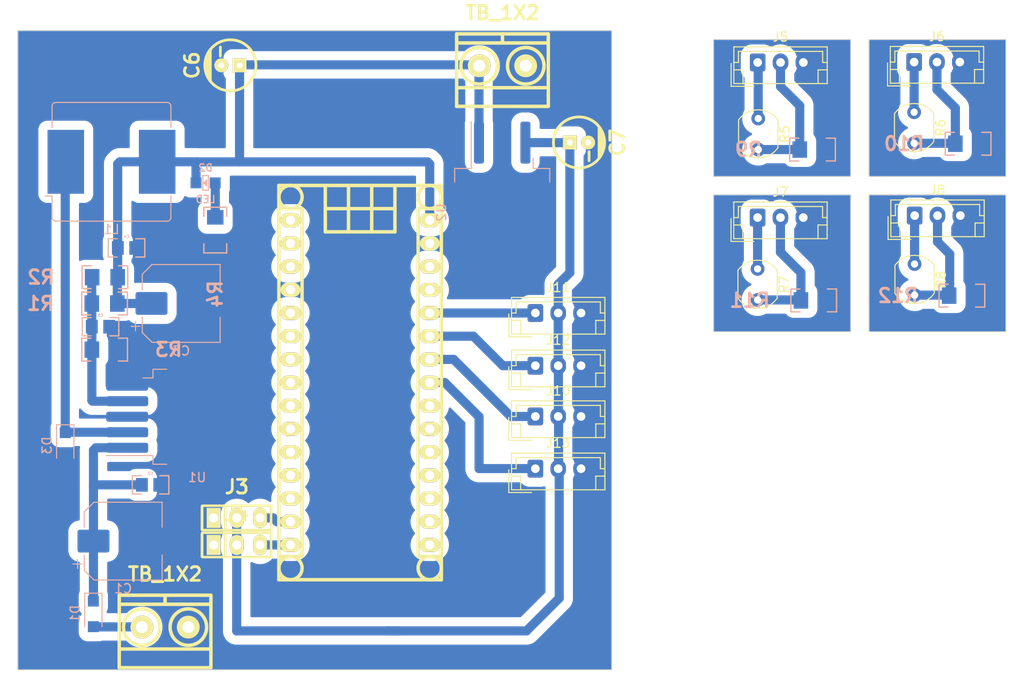
<source format=kicad_pcb>
(kicad_pcb (version 20221018) (generator pcbnew)
  (layers (0 "F.Cu" signal) (31 "B.Cu" signal) (34 "B.Paste" user) (35 "F.Paste" user) (36 "B.SilkS" user "B.Silkscreen") (37 "F.SilkS" user "F.Silkscreen") (38 "B.Mask" user) (39 "F.Mask" user) (44 "Edge.Cuts" user))
  (net 0 "")
  (net 1 "Net-(D1-K)")
  (net 2 "GND")
  (net 3 "/SAL _STEP")
  (net 4 "Net-(U1-FB)")
  (net 5 "/IN")
  (net 6 "Net-(D2-K)")
  (net 7 "Net-(D3-K)")
  (net 8 "/5V")
  (net 21 "/SERVO1")
  (net 22 "/SERVO2")
  (net 30 "/LDR4")
  (net 31 "/LDR3")
  (net 32 "/LDR2")
  (net 33 "/LDR1")
  (footprint "Connector_JST:JST_EH_B3B-EH-A_1x03_P2.50mm_Vertical" (layer "F.Cu") (at 76 55.95)
    (fp_text reference "J11" (at 2.5 -2.8) (layer "F.SilkS"))
    (fp_text value "CONN_01X03")
    (pad "1" thru_hole roundrect (at 0 0) (size 1.7 1.95) (drill 0.95) (layers "*.Cu" "*.Mask") (roundrect_rratio 0.1470588235) (net 33 "/LDR1"))
    (pad "2" thru_hole oval (at 2.5 0) (size 1.7 1.95) (drill 0.95) (layers "*.Cu" "*.Mask") (net 8 "/5V"))
    (pad "3" thru_hole oval (at 5 0) (size 1.7 1.95) (drill 0.95) (layers "*.Cu" "*.Mask") (net 2 "GND"))
  )
  (footprint "EESTN5:CAP_ELEC_5x11mm" (layer "F.Cu") (at 80.775 37.275 -90)
    (fp_text reference "C7" (at 0 -4.2 90) (layer "F.SilkS") (effects (font (size 1.524 1.524) (thickness 0.3048))))
    (fp_text value "CAPAPOL" hide)
    (pad "1" thru_hole rect (at 0 1 270) (size 1.524 1.524) (drill 0.65) (layers "*.Cu" "*.Mask" "F.SilkS") (net 8 "/5V"))
    (pad "2" thru_hole circle (at 0 -1 270) (size 1.524 1.524) (drill 0.65) (layers "*.Cu" "*.Mask" "F.SilkS") (net 2 "GND"))
  )
  (footprint "EESTN5:Pin_Header_3" (layer "F.Cu") (at 43.33 81.35)
    (fp_text reference "J4" (at 0 -3.4) (layer "F.SilkS") (effects (font (size 1.5 1.5) (thickness 0.3))))
    (fp_text value "SERVO2" hide)
    (pad "1" thru_hole rect (at -2.54 0) (size 1.524 2.19964) (drill 1.00076) (layers "*.Cu" "*.Mask" "F.SilkS") (net 2 "GND"))
    (pad "2" thru_hole oval (at 0 0) (size 1.524 2.19964) (drill 1.00076) (layers "*.Cu" "*.Mask" "F.SilkS") (net 8 "/5V"))
    (pad "3" thru_hole oval (at 2.54 0) (size 1.524 2.19964) (drill 1.00076) (layers "*.Cu" "*.Mask" "F.SilkS") (net 22 "/SERVO2"))
  )
  (footprint "EESTN5:BORNERA2_AZUL" (layer "F.Cu") (at 72.4 28.87375 180)
    (fp_text reference "J14" hide)
    (fp_text value "TB_1X2" (at 0 5.8) (layer "F.SilkS") (effects (font (size 1.5 1.5) (thickness 0.3))))
    (pad "1" thru_hole circle (at -2.54 0 180) (size 2.5 2.5) (drill 1.3) (layers "*.Cu" "*.Mask" "F.SilkS") (net 2 "GND"))
    (pad "2" thru_hole circle (at 2.54 0 180) (size 2.5 2.5) (drill 1.3) (layers "*.Cu" "*.Mask" "F.SilkS") (net 3 "/SAL _STEP"))
  )
  (footprint "Connector_JST:JST_EH_B3B-EH-A_1x03_P2.50mm_Vertical" (layer "F.Cu") (at 76 61.72)
    (fp_text reference "J12" (at 2.5 -2.8) (layer "F.SilkS"))
    (fp_text value "CONN_01X03")
    (pad "1" thru_hole roundrect (at 0 0) (size 1.7 1.95) (drill 0.95) (layers "*.Cu" "*.Mask") (roundrect_rratio 0.1470588235) (net 32 "/LDR2"))
    (pad "2" thru_hole oval (at 2.5 0) (size 1.7 1.95) (drill 0.95) (layers "*.Cu" "*.Mask") (net 8 "/5V"))
    (pad "3" thru_hole oval (at 5 0) (size 1.7 1.95) (drill 0.95) (layers "*.Cu" "*.Mask") (net 2 "GND"))
  )
  (footprint "Connector_JST:JST_EH_B3B-EH-A_1x03_P2.50mm_Vertical" (layer "F.Cu") (at 76 67.28)
    (fp_text reference "J10" (at 2.5 -2.8) (layer "F.SilkS"))
    (fp_text value "CONN_01X03")
    (pad "1" thru_hole roundrect (at 0 0) (size 1.7 1.95) (drill 0.95) (layers "*.Cu" "*.Mask") (roundrect_rratio 0.1470588235) (net 31 "/LDR3"))
    (pad "2" thru_hole oval (at 2.5 0) (size 1.7 1.95) (drill 0.95) (layers "*.Cu" "*.Mask") (net 8 "/5V"))
    (pad "3" thru_hole oval (at 5 0) (size 1.7 1.95) (drill 0.95) (layers "*.Cu" "*.Mask") (net 2 "GND"))
  )
  (footprint "EESTN5:arduino_nano_header" (layer "F.Cu") (at 56.82 63.57 -90)
    (fp_text reference "J2" hide)
    (fp_text value "Arduino_Nano_Header" hide)
    (pad "1" thru_hole oval (at -17.78 7.62 270) (size 1.524 2.19964) (drill 1.00076) (layers "*.Cu" "*.Mask" "F.SilkS"))
    (pad "2" thru_hole oval (at -15.24 7.62 270) (size 1.524 2.19964) (drill 1.00076) (layers "*.Cu" "*.Mask" "F.SilkS"))
    (pad "3" thru_hole oval (at -12.7 7.62 270) (size 1.524 2.19964) (drill 1.00076) (layers "*.Cu" "*.Mask" "F.SilkS"))
    (pad "4" thru_hole oval (at -10.16 7.62 270) (size 1.524 2.19964) (drill 1.00076) (layers "*.Cu" "*.Mask" "F.SilkS") (net 2 "GND"))
    (pad "5" thru_hole oval (at -7.62 7.62 270) (size 1.524 2.19964) (drill 1.00076) (layers "*.Cu" "*.Mask" "F.SilkS"))
    (pad "6" thru_hole oval (at -5.08 7.62 270) (size 1.524 2.19964) (drill 1.00076) (layers "*.Cu" "*.Mask" "F.SilkS"))
    (pad "7" thru_hole oval (at -2.54 7.62 270) (size 1.524 2.19964) (drill 1.00076) (layers "*.Cu" "*.Mask" "F.SilkS"))
    (pad "8" thru_hole oval (at 0 7.62 270) (size 1.524 2.19964) (drill 1.00076) (layers "*.Cu" "*.Mask" "F.SilkS"))
    (pad "9" thru_hole oval (at 2.54 7.62 270) (size 1.524 2.19964) (drill 1.00076) (layers "*.Cu" "*.Mask" "F.SilkS"))
    (pad "10" thru_hole oval (at 5.08 7.62 270) (size 1.524 2.19964) (drill 1.00076) (layers "*.Cu" "*.Mask" "F.SilkS"))
    (pad "11" thru_hole oval (at 7.62 7.62 270) (size 1.524 2.19964) (drill 1.00076) (layers "*.Cu" "*.Mask" "F.SilkS"))
    (pad "12" thru_hole oval (at 10.16 7.62 270) (size 1.524 2.19964) (drill 1.00076) (layers "*.Cu" "*.Mask" "F.SilkS"))
    (pad "13" thru_hole oval (at 12.7 7.62 270) (size 1.524 2.19964) (drill 1.00076) (layers "*.Cu" "*.Mask" "F.SilkS"))
    (pad "14" thru_hole oval (at 15.24 7.62 270) (size 1.524 2.19964) (drill 1.00076) (layers "*.Cu" "*.Mask" "F.SilkS") (net 21 "/SERVO1"))
    (pad "15" thru_hole oval (at 17.78 7.62 270) (size 1.524 2.19964) (drill 1.00076) (layers "*.Cu" "*.Mask" "F.SilkS") (net 22 "/SERVO2"))
    (pad "16" thru_hole oval (at 17.78 -7.62 270) (size 1.524 2.19964) (drill 1.00076) (layers "*.Cu" "*.Mask" "F.SilkS"))
    (pad "17" thru_hole oval (at 15.24 -7.62 270) (size 1.524 2.19964) (drill 1.00076) (layers "*.Cu" "*.Mask" "F.SilkS"))
    (pad "18" thru_hole oval (at 12.7 -7.62 270) (size 1.524 2.19964) (drill 1.00076) (layers "*.Cu" "*.Mask" "F.SilkS"))
    (pad "19" thru_hole oval (at 10.16 -7.62 270) (size 1.524 2.19964) (drill 1.00076) (layers "*.Cu" "*.Mask" "F.SilkS"))
    (pad "20" thru_hole oval (at 7.62 -7.62 270) (size 1.524 2.1971) (drill 1.00076) (layers "*.Cu" "*.Mask" "F.SilkS"))
    (pad "21" thru_hole oval (at 5.08 -7.62 270) (size 1.524 2.1971) (drill 1.00076) (layers "*.Cu" "*.Mask" "F.SilkS"))
    (pad "22" thru_hole oval (at 2.54 -7.62 270) (size 1.524 2.1971) (drill 1.00076) (layers "*.Cu" "*.Mask" "F.SilkS"))
    (pad "23" thru_hole oval (at 0 -7.62 270) (size 1.524 2.1971) (drill 1.00076) (layers "*.Cu" "*.Mask" "F.SilkS") (net 30 "/LDR4"))
    (pad "24" thru_hole oval (at -2.54 -7.62 270) (size 1.524 2.1971) (drill 0.99822) (layers "*.Cu" "*.Mask" "F.SilkS") (net 31 "/LDR3"))
    (pad "25" thru_hole oval (at -5.08 -7.62 270) (size 1.524 2.1971) (drill 0.99822) (layers "*.Cu" "*.Mask" "F.SilkS") (net 32 "/LDR2"))
    (pad "26" thru_hole oval (at -7.62 -7.62 270) (size 1.524 2.1971) (drill 0.99822) (layers "*.Cu" "*.Mask" "F.SilkS") (net 33 "/LDR1"))
    (pad "27" thru_hole oval (at -10.16 -7.62 270) (size 1.524 2.1971) (drill 0.99822) (layers "*.Cu" "*.Mask" "F.SilkS"))
    (pad "28" thru_hole oval (at -12.7 -7.62 270) (size 1.524 2.1971) (drill 0.99822) (layers "*.Cu" "*.Mask" "F.SilkS"))
    (pad "29" thru_hole oval (at -15.24 -7.62 270) (size 1.524 2.1971) (drill 0.99822) (layers "*.Cu" "*.Mask" "F.SilkS") (net 2 "GND"))
    (pad "30" thru_hole oval (at -17.78 -7.62 270) (size 1.524 2.1971) (drill 0.99822) (layers "*.Cu" "*.Mask" "F.SilkS") (net 3 "/SAL _STEP"))
  )
  (footprint "Connector_JST:JST_EH_B3B-EH-A_1x03_P2.50mm_Vertical" (layer "F.Cu") (at 117.45 28.47)
    (fp_text reference "J6" (at 2.5 -2.8) (layer "F.SilkS"))
    (fp_text value "CONN_01X03")
    (pad "1" thru_hole roundrect (at 0 0) (size 1.7 1.95) (drill 0.95) (layers "*.Cu" "*.Mask") (roundrect_rratio 0.1470588235) (net 8 "/5V"))
    (pad "2" thru_hole oval (at 2.5 0) (size 1.7 1.95) (drill 0.95) (layers "*.Cu" "*.Mask") (net 32 "/LDR2"))
    (pad "3" thru_hole oval (at 5 0) (size 1.7 1.95) (drill 0.95) (layers "*.Cu" "*.Mask") (net 2 "GND"))
  )
  (footprint "Connector_JST:JST_EH_B3B-EH-A_1x03_P2.50mm_Vertical" (layer "F.Cu") (at 117.51 45.28)
    (fp_text reference "J8" (at 2.5 -2.8) (layer "F.SilkS"))
    (fp_text value "CONN_01X03")
    (pad "1" thru_hole roundrect (at 0 0) (size 1.7 1.95) (drill 0.95) (layers "*.Cu" "*.Mask") (roundrect_rratio 0.1470588235) (net 8 "/5V"))
    (pad "2" thru_hole oval (at 2.5 0) (size 1.7 1.95) (drill 0.95) (layers "*.Cu" "*.Mask") (net 30 "/LDR4"))
    (pad "3" thru_hole oval (at 5 0) (size 1.7 1.95) (drill 0.95) (layers "*.Cu" "*.Mask") (net 2 "GND"))
  )
  (footprint "EESTN5:CAP_ELEC_5x11mm" (layer "F.Cu") (at 42.625 28.825 90)
    (fp_text reference "C6" (at 0 -4.2 90) (layer "F.SilkS") (effects (font (size 1.524 1.524) (thickness 0.3048))))
    (fp_text value "CAPAPOL" hide)
    (pad "1" thru_hole rect (at 0 1 90) (size 1.524 1.524) (drill 0.65) (layers "*.Cu" "*.Mask" "F.SilkS") (net 3 "/SAL _STEP"))
    (pad "2" thru_hole circle (at 0 -1 90) (size 1.524 1.524) (drill 0.65) (layers "*.Cu" "*.Mask" "F.SilkS") (net 2 "GND"))
  )
  (footprint "OptoDevice:R_LDR_5.1x4.3mm_P3.4mm_Vertical" (layer "F.Cu") (at 100.32 51.12 -90)
    (fp_text reference "R7" (at 1.7 -2.9 90) (layer "F.SilkS"))
    (fp_text value "LDR03")
    (pad "1" thru_hole circle (at 0 0 270) (size 1.5 1.5) (drill 0.8) (layers "*.Cu" "*.Mask") (net 8 "/5V"))
    (pad "2" thru_hole circle (at 3.4 0 270) (size 1.5 1.5) (drill 0.8) (layers "*.Cu" "*.Mask") (net 31 "/LDR3"))
  )
  (footprint "OptoDevice:R_LDR_5.1x4.3mm_P3.4mm_Vertical" (layer "F.Cu") (at 117.45 33.96 -90)
    (fp_text reference "R6" (at 1.7 -2.9 90) (layer "F.SilkS"))
    (fp_text value "LDR03")
    (pad "1" thru_hole circle (at 0 0 270) (size 1.5 1.5) (drill 0.8) (layers "*.Cu" "*.Mask") (net 8 "/5V"))
    (pad "2" thru_hole circle (at 3.4 0 270) (size 1.5 1.5) (drill 0.8) (layers "*.Cu" "*.Mask") (net 32 "/LDR2"))
  )
  (footprint "EESTN5:BORNERA2_AZUL" (layer "F.Cu") (at 35.475 90.34875 180)
    (fp_text reference "J1" hide)
    (fp_text value "TB_1X2" (at 0 5.8) (layer "F.SilkS") (effects (font (size 1.5 1.5) (thickness 0.3))))
    (pad "1" thru_hole circle (at -2.54 0 180) (size 2.5 2.5) (drill 1.3) (layers "*.Cu" "*.Mask" "F.SilkS") (net 2 "GND"))
    (pad "2" thru_hole circle (at 2.54 0 180) (size 2.5 2.5) (drill 1.3) (layers "*.Cu" "*.Mask" "F.SilkS") (net 5 "/IN"))
  )
  (footprint "OptoDevice:R_LDR_5.1x4.3mm_P3.4mm_Vertical" (layer "F.Cu") (at 117.5 50.59 -90)
    (fp_text reference "R8" (at 1.7 -2.9 90) (layer "F.SilkS"))
    (fp_text value "LDR03")
    (pad "1" thru_hole circle (at 0 0 270) (size 1.5 1.5) (drill 0.8) (layers "*.Cu" "*.Mask") (net 8 "/5V"))
    (pad "2" thru_hole circle (at 3.4 0 270) (size 1.5 1.5) (drill 0.8) (layers "*.Cu" "*.Mask") (net 30 "/LDR4"))
  )
  (footprint "Connector_JST:JST_EH_B3B-EH-A_1x03_P2.50mm_Vertical" (layer "F.Cu") (at 76 73)
    (fp_text reference "J13" (at 2.5 -2.8) (layer "F.SilkS"))
    (fp_text value "CONN_01X03")
    (pad "1" thru_hole roundrect (at 0 0) (size 1.7 1.95) (drill 0.95) (layers "*.Cu" "*.Mask") (roundrect_rratio 0.1470588235) (net 30 "/LDR4"))
    (pad "2" thru_hole oval (at 2.5 0) (size 1.7 1.95) (drill 0.95) (layers "*.Cu" "*.Mask") (net 8 "/5V"))
    (pad "3" thru_hole oval (at 5 0) (size 1.7 1.95) (drill 0.95) (layers "*.Cu" "*.Mask") (net 2 "GND"))
  )
  (footprint "EESTN5:Pin_Header_3" (layer "F.Cu") (at 43.33 78.39)
    (fp_text reference "J3" (at 0 -3.4) (layer "F.SilkS") (effects (font (size 1.5 1.5) (thickness 0.3))))
    (fp_text value "SERVO1" hide)
    (pad "1" thru_hole rect (at -2.54 0) (size 1.524 2.19964) (drill 1.00076) (layers "*.Cu" "*.Mask" "F.SilkS") (net 2 "GND"))
    (pad "2" thru_hole oval (at 0 0) (size 1.524 2.19964) (drill 1.00076) (layers "*.Cu" "*.Mask" "F.SilkS") (net 8 "/5V"))
    (pad "3" thru_hole oval (at 2.54 0) (size 1.524 2.19964) (drill 1.00076) (layers "*.Cu" "*.Mask" "F.SilkS") (net 21 "/SERVO1"))
  )
  (footprint "OptoDevice:R_LDR_5.1x4.3mm_P3.4mm_Vertical" (layer "F.Cu") (at 100.39 34.65 -90)
    (fp_text reference "R5" (at 1.7 -2.9 90) (layer "F.SilkS"))
    (fp_text value "LDR03")
    (pad "1" thru_hole circle (at 0 0 270) (size 1.5 1.5) (drill 0.8) (layers "*.Cu" "*.Mask") (net 8 "/5V"))
    (pad "2" thru_hole circle (at 3.4 0 270) (size 1.5 1.5) (drill 0.8) (layers "*.Cu" "*.Mask") (net 33 "/LDR1"))
  )
  (footprint "Connector_JST:JST_EH_B3B-EH-A_1x03_P2.50mm_Vertical" (layer "F.Cu") (at 100.32 45.5)
    (fp_text reference "J7" (at 2.5 -2.8) (layer "F.SilkS"))
    (fp_text value "CONN_01X03")
    (pad "1" thru_hole roundrect (at 0 0) (size 1.7 1.95) (drill 0.95) (layers "*.Cu" "*.Mask") (roundrect_rratio 0.1470588235) (net 8 "/5V"))
    (pad "2" thru_hole oval (at 2.5 0) (size 1.7 1.95) (drill 0.95) (layers "*.Cu" "*.Mask") (net 31 "/LDR3"))
    (pad "3" thru_hole oval (at 5 0) (size 1.7 1.95) (drill 0.95) (layers "*.Cu" "*.Mask") (net 2 "GND"))
  )
  (footprint "Connector_JST:JST_EH_B3B-EH-A_1x03_P2.50mm_Vertical" (layer "F.Cu") (at 100.33 28.51)
    (fp_text reference "J5" (at 2.5 -2.8) (layer "F.SilkS"))
    (fp_text value "CONN_01X03")
    (pad "1" thru_hole roundrect (at 0 0) (size 1.7 1.95) (drill 0.95) (layers "*.Cu" "*.Mask") (roundrect_rratio 0.1470588235) (net 8 "/5V"))
    (pad "2" thru_hole oval (at 2.5 0) (size 1.7 1.95) (drill 0.95) (layers "*.Cu" "*.Mask") (net 33 "/LDR1"))
    (pad "3" thru_hole oval (at 5 0) (size 1.7 1.95) (drill 0.95) (layers "*.Cu" "*.Mask") (net 2 "GND"))
  )
  (footprint "EESTN5:R_1206" (layer "B.Cu") (at 106.46 54.57)
    (fp_text reference "R11" (at -7 0) (layer "B.SilkS") (effects (font (size 1.5 1.5) (thickness 0.3)) (justify mirror)))
    (fp_text value "R" hide)
    (pad "1" smd rect (at 1.397 0) (size 1.6002 1.8034) (layers "B.Cu" "B.Paste" "B.Mask") (net 2 "GND"))
    (pad "2" smd rect (at -1.397 0) (size 1.6002 1.8034) (layers "B.Cu" "B.Paste" "B.Mask") (net 31 "/LDR3"))
  )
  (footprint "EESTN5:R_1206" (layer "B.Cu") (at 28.89 52.03)
    (fp_text reference "R2" (at -7 0) (layer "B.SilkS") (effects (font (size 1.5 1.5) (thickness 0.3)) (justify mirror)))
    (fp_text value "822" hide)
    (pad "1" smd rect (at 1.397 0) (size 1.6002 1.8034) (layers "B.Cu" "B.Paste" "B.Mask") (net 3 "/SAL _STEP"))
    (pad "2" smd rect (at -1.397 0) (size 1.6002 1.8034) (layers "B.Cu" "B.Paste" "B.Mask") (net 4 "Net-(U1-FB)"))
  )
  (footprint "EESTN5:C_0805" (layer "B.Cu") (at 33.89 74.77 180)
    (fp_text reference "C2" (at 0 1.25) (layer "B.SilkS") (effects (font (size 0.29972 0.29972) (thickness 0.06096)) (justify mirror)))
    (fp_text value "104" hide)
    (pad "1" smd rect (at 0.9525 0 180) (size 1.30048 1.4986) (layers "B.Cu" "B.Paste" "B.Mask") (net 1 "Net-(D1-K)"))
    (pad "2" smd rect (at -0.9525 0 180) (size 1.30048 1.4986) (layers "B.Cu" "B.Paste" "B.Mask") (net 2 "GND"))
  )
  (footprint "Package_TO_SOT_SMD:TO-263-2" (layer "B.Cu") (at 72.37 44.94 -90)
    (fp_text reference "U2" (at 0 6.65 90) (layer "B.SilkS") (effects (justify mirror)))
    (fp_text value "L7805")
    (pad "1" smd roundrect (at -7.65 2.54 270) (size 4.6 1.1) (layers "B.Cu" "B.Paste" "B.Mask") (roundrect_rratio 0.2272727273) (net 3 "/SAL _STEP"))
    (pad "2" smd roundrect (at -0.925 -2.775 270) (size 4.55 5.25) (layers "B.Cu" "B.Paste") (roundrect_rratio 0.05494505495) (net 2 "GND"))
    (pad "2" smd roundrect (at -0.925 2.775 270) (size 4.55 5.25) (layers "B.Cu" "B.Paste") (roundrect_rratio 0.05494505495) (net 2 "GND"))
    (pad "2" smd roundrect (at 1.5 0 270) (size 9.4 10.8) (layers "B.Cu" "B.Mask") (roundrect_rratio 0.02659595745) (net 2 "GND"))
    (pad "2" smd roundrect (at 3.925 -2.775 270) (size 4.55 5.25) (layers "B.Cu" "B.Paste") (roundrect_rratio 0.05494505495) (net 2 "GND"))
    (pad "2" smd roundrect (at 3.925 2.775 270) (size 4.55 5.25) (layers "B.Cu" "B.Paste") (roundrect_rratio 0.05494505495) (net 2 "GND"))
    (pad "3" smd roundrect (at -7.65 -2.54 270) (size 4.6 1.1) (layers "B.Cu" "B.Paste" "B.Mask") (roundrect_rratio 0.2272727273) (net 8 "/5V"))
  )
  (footprint "EESTN5:C_0805" (layer "B.Cu") (at 31.26 48.82 180)
    (fp_text reference "C4" (at 0 1.25) (layer "B.SilkS") (effects (font (size 0.29972 0.29972) (thickness 0.06096)) (justify mirror)))
    (fp_text value "104" hide)
    (pad "1" smd rect (at 0.9525 0 180) (size 1.30048 1.4986) (layers "B.Cu" "B.Paste" "B.Mask") (net 3 "/SAL _STEP"))
    (pad "2" smd rect (at -0.9525 0 180) (size 1.30048 1.4986) (layers "B.Cu" "B.Paste" "B.Mask") (net 2 "GND"))
  )
  (footprint "EESTN5:R_1206" (layer "B.Cu") (at 40.97 46.867 90)
    (fp_text reference "R4" (at -7 0 90) (layer "B.SilkS") (effects (font (size 1.5 1.5) (thickness 0.3)) (justify mirror)))
    (fp_text value "103" hide)
    (pad "1" smd rect (at 1.397 0 90) (size 1.6002 1.8034) (layers "B.Cu" "B.Paste" "B.Mask") (net 6 "Net-(D2-K)"))
    (pad "2" smd rect (at -1.397 0 90) (size 1.6002 1.8034) (layers "B.Cu" "B.Paste" "B.Mask") (net 2 "GND"))
  )
  (footprint "EESTN5:R_1206" (layer "B.Cu") (at 28.85 54.91)
    (fp_text reference "R1" (at -7 0) (layer "B.SilkS") (effects (font (size 1.5 1.5) (thickness 0.3)) (justify mirror)))
    (fp_text value "102" hide)
    (pad "1" smd rect (at 1.397 0) (size 1.6002 1.8034) (layers "B.Cu" "B.Paste" "B.Mask") (net 3 "/SAL _STEP"))
    (pad "2" smd rect (at -1.397 0) (size 1.6002 1.8034) (layers "B.Cu" "B.Paste" "B.Mask") (net 4 "Net-(U1-FB)"))
  )
  (footprint "Package_TO_SOT_SMD:TO-263-5_TabPin3" (layer "B.Cu") (at 38.98 67.31)
    (fp_text reference "U1" (at 0 6.65) (layer "B.SilkS") (effects (justify mirror)))
    (fp_text value "LM2596S-5")
    (pad "1" smd roundrect (at -7.65 3.4) (size 4.6 1.1) (layers "B.Cu" "B.Paste" "B.Mask") (roundrect_rratio 0.2272727273) (net 1 "Net-(D1-K)"))
    (pad "2" smd roundrect (at -7.65 1.7) (size 4.6 1.1) (layers "B.Cu" "B.Paste" "B.Mask") (roundrect_rratio 0.2272727273) (net 7 "Net-(D3-K)"))
    (pad "3" smd roundrect (at -7.65 0) (size 4.6 1.1) (layers "B.Cu" "B.Paste" "B.Mask") (roundrect_rratio 0.2272727273) (net 2 "GND"))
    (pad "3" smd roundrect (at -0.925 -2.775) (size 4.55 5.25) (layers "B.Cu" "B.Paste") (roundrect_rratio 0.05494505495) (net 2 "GND"))
    (pad "3" smd roundrect (at -0.925 2.775) (size 4.55 5.25) (layers "B.Cu" "B.Paste") (roundrect_rratio 0.05494505495) (net 2 "GND"))
    (pad "3" smd roundrect (at 1.5 0) (size 9.4 10.8) (layers "B.Cu" "B.Mask") (roundrect_rratio 0.02659595745) (net 2 "GND"))
    (pad "3" smd roundrect (at 3.925 -2.775) (size 4.55 5.25) (layers "B.Cu" "B.Paste") (roundrect_rratio 0.05494505495) (net 2 "GND"))
    (pad "3" smd roundrect (at 3.925 2.775) (size 4.55 5.25) (layers "B.Cu" "B.Paste") (roundrect_rratio 0.05494505495) (net 2 "GND"))
    (pad "4" smd roundrect (at -7.65 -1.7) (size 4.6 1.1) (layers "B.Cu" "B.Paste" "B.Mask") (roundrect_rratio 0.2272727273) (net 4 "Net-(U1-FB)"))
    (pad "5" smd roundrect (at -7.65 -3.4) (size 4.6 1.1) (layers "B.Cu" "B.Paste" "B.Mask") (roundrect_rratio 0.2272727273) (net 2 "GND"))
  )
  (footprint "EESTN5:R_1206" (layer "B.Cu") (at 123.36 37.41)
    (fp_text reference "R10" (at -7 0) (layer "B.SilkS") (effects (font (size 1.5 1.5) (thickness 0.3)) (justify mirror)))
    (fp_text value "R" hide)
    (pad "1" smd rect (at 1.397 0) (size 1.6002 1.8034) (layers "B.Cu" "B.Paste" "B.Mask") (net 2 "GND"))
    (pad "2" smd rect (at -1.397 0) (size 1.6002 1.8034) (layers "B.Cu" "B.Paste" "B.Mask") (net 32 "/LDR2"))
  )
  (footprint "Diode_SMD:Nexperia_CFP3_SOD-123W" (layer "B.Cu") (at 27.625 88.9 -90)
    (fp_text reference "D1" (at 0 2 90) (layer "B.SilkS") (effects (justify mirror)))
    (fp_text value "SS34")
    (pad "1" smd rect (at -1.4 0 270) (size 1.2 1.2) (layers "B.Cu" "B.Paste" "B.Mask") (net 1 "Net-(D1-K)"))
    (pad "2" smd rect (at 1.4 0 270) (size 1.2 1.2) (layers "B.Cu" "B.Paste" "B.Mask") (net 5 "/IN"))
  )
  (footprint "Capacitor_SMD:CP_Elec_8x10" (layer "B.Cu") (at 37.24 54.9)
    (fp_text reference "C3" (at 0 5.2) (layer "B.SilkS") (effects (justify mirror)))
    (fp_text value "220uf 35V")
    (pad "1" smd roundrect (at -3.25 0) (size 3.5 2.5) (layers "B.Cu" "B.Paste" "B.Mask") (roundrect_rratio 0.1) (net 3 "/SAL _STEP"))
    (pad "2" smd roundrect (at 3.25 0) (size 3.5 2.5) (layers "B.Cu" "B.Paste" "B.Mask") (roundrect_rratio 0.1) (net 2 "GND"))
  )
  (footprint "EESTN5:R_1206" (layer "B.Cu") (at 122.68 54.05)
    (fp_text reference "R12" (at -7 0) (layer "B.SilkS") (effects (font (size 1.5 1.5) (thickness 0.3)) (justify mirror)))
    (fp_text value "R" hide)
    (pad "1" smd rect (at 1.397 0) (size 1.6002 1.8034) (layers "B.Cu" "B.Paste" "B.Mask") (net 2 "GND"))
    (pad "2" smd rect (at -1.397 0) (size 1.6002 1.8034) (layers "B.Cu" "B.Paste" "B.Mask") (net 30 "/LDR4"))
  )
  (footprint "EESTN5:Led_0805" (layer "B.Cu") (at 39.91 41.7 180)
    (fp_text reference "D2" (at 0 1.651) (layer "B.SilkS") (effects (font (size 0.8001 0.8001) (thickness 0.14986)) (justify mirror)))
    (fp_text value "LED" (at 0 -1.80086) (layer "B.SilkS") (effects (font (size 0.8001 0.8001) (thickness 0.14986)) (justify mirror)))
    (pad "1" smd rect (at -1.04902 0 180) (size 1.19888 1.19888) (layers "B.Cu" "B.Paste" "B.Mask") (net 6 "Net-(D2-K)"))
    (pad "2" smd rect (at 1.04902 0 180) (size 1.19888 1.19888) (layers "B.Cu" "B.Paste" "B.Mask") (net 3 "/SAL _STEP"))
  )
  (footprint "EESTN5:R_1206" (layer "B.Cu") (at 28.86 59.96 180)
    (fp_text reference "R3" (at -7 0) (layer "B.SilkS") (effects (font (size 1.5 1.5) (thickness 0.3)) (justify mirror)))
    (fp_text value "102" hide)
    (pad "1" smd rect (at 1.397 0 180) (size 1.6002 1.8034) (layers "B.Cu" "B.Paste" "B.Mask") (net 4 "Net-(U1-FB)"))
    (pad "2" smd rect (at -1.397 0 180) (size 1.6002 1.8034) (layers "B.Cu" "B.Paste" "B.Mask") (net 2 "GND"))
  )
  (footprint "Diode_SMD:Nexperia_CFP3_SOD-123W" (layer "B.Cu") (at 24.55 70.45 -90)
    (fp_text reference "D3" (at 0 2 90) (layer "B.SilkS") (effects (justify mirror)))
    (fp_text value "SS34")
    (pad "1" smd rect (at -1.4 0 270) (size 1.2 1.2) (layers "B.Cu" "B.Paste" "B.Mask") (net 7 "Net-(D3-K)"))
    (pad "2" smd rect (at 1.4 0 270) (size 1.2 1.2) (layers "B.Cu" "B.Paste" "B.Mask") (net 2 "GND"))
  )
  (footprint "Inductor_SMD:L_Bourns_SRR1208_12.7x12.7mm" (layer "B.Cu") (at 29.61 39.39)
    (fp_text reference "L1" (at 0 7.4) (layer "B.SilkS") (effects (justify mirror)))
    (fp_text value "33uH")
    (pad "1" smd rect (at -5 0) (size 4 7) (layers "B.Cu" "B.Paste" "B.Mask") (net 7 "Net-(D3-K)"))
    (pad "2" smd rect (at 5 0) (size 4 7) (layers "B.Cu" "B.Paste" "B.Mask") (net 3 "/SAL _STEP"))
  )
  (footprint "Capacitor_SMD:CP_Elec_8x10" (layer "B.Cu") (at 30.89 80.93)
    (fp_text reference "C1" (at 0 5.2 180) (layer "B.SilkS") (effects (justify mirror)))
    (fp_text value "100uf 50V")
    (pad "1" smd roundrect (at -3.25 0) (size 3.5 2.5) (layers "B.Cu" "B.Paste" "B.Mask") (roundrect_rratio 0.1) (net 1 "Net-(D1-K)"))
    (pad "2" smd roundrect (at 3.25 0) (size 3.5 2.5) (layers "B.Cu" "B.Paste" "B.Mask") (roundrect_rratio 0.1) (net 2 "GND"))
  )
  (footprint "EESTN5:C_0805" (layer "B.Cu") (at 28.41 57.45 180)
    (fp_text reference "C5" (at 0 1.25) (layer "B.SilkS") (effects (font (size 0.29972 0.29972) (thickness 0.06096)) (justify mirror)))
    (fp_text value "104" hide)
    (pad "1" smd rect (at 0.9525 0 180) (size 1.30048 1.4986) (layers "B.Cu" "B.Paste" "B.Mask") (net 4 "Net-(U1-FB)"))
    (pad "2" smd rect (at -0.9525 0 180) (size 1.30048 1.4986) (layers "B.Cu" "B.Paste" "B.Mask") (net 2 "GND"))
  )
  (footprint "EESTN5:R_1206" (layer "B.Cu") (at 106.33 38.05)
    (fp_text reference "R9" (at -7 0) (layer "B.SilkS") (effects (font (size 1.5 1.5) (thickness 0.3)) (justify mirror)))
    (fp_text value "R" hide)
    (pad "1" smd rect (at 1.397 0) (size 1.6002 1.8034) (layers "B.Cu" "B.Paste" "B.Mask") (net 2 "GND"))
    (pad "2" smd rect (at -1.397 0) (size 1.6002 1.8034) (layers "B.Cu" "B.Paste" "B.Mask") (net 33 "/LDR1"))
  )
  (gr_rect (start 19.35 25.02) (end 84.35 95.02) (stroke (width 0.1)) (fill none) (layer "Edge.Cuts"))
  (gr_rect (start 112.5 26) (end 127.5 41) (stroke (width 0.1)) (fill none) (layer "Edge.Cuts"))
  (gr_rect (start 95.5 26) (end 110.5 41) (stroke (width 0.1)) (fill none) (layer "Edge.Cuts"))
  (gr_rect (start 112.5 43) (end 127.5 58) (stroke (width 0.1)) (fill none) (layer "Edge.Cuts"))
  (gr_rect (start 95.5 43) (end 110.5 58) (stroke (width 0.1)) (fill none) (layer "Edge.Cuts"))
  (segment (start 27.91 70.71) (end 27.64 70.98) (width 1) (layer "B.Cu") (net 1))
  (segment (start 27.57 87.5) (end 27.64 87.43) (width 1) (layer "B.Cu") (net 1))
  (segment (start 32.9375 74.77) (end 27.8 74.77) (width 1) (layer "B.Cu") (net 1))
  (segment (start 27.64 87.43) (end 27.64 74.93) (width 1) (layer "B.Cu") (net 1))
  (segment (start 27.8 74.77) (end 27.64 74.93) (width 1) (layer "B.Cu") (net 1))
  (segment (start 31.33 70.71) (end 27.91 70.71) (width 1) (layer "B.Cu") (net 1))
  (segment (start 27.64 70.98) (end 27.64 74.93) (width 1) (layer "B.Cu") (net 1))
  (segment (start 30.287 39.633) (end 30.53 39.39) (width 1) (layer "B.Cu") (net 3))
  (segment (start 38.99 39.39) (end 34.61 39.39) (width 1) (layer "B.Cu") (net 3))
  (segment (start 43.625 39.335) (end 43.625 28.975) (width 1) (layer "B.Cu") (net 3))
  (segment (start 30.287 52.03) (end 30.287 39.633) (width 1) (layer "B.Cu") (net 3))
  (segment (start 43.82625 28.77375) (end 69.83 28.77375) (width 1) (layer "B.Cu") (net 3))
  (segment (start 30.247 52.07) (end 30.287 52.03) (width 1) (layer "B.Cu") (net 3))
  (segment (start 43.56 39.4) (end 43.625 39.335) (width 1) (layer "B.Cu") (net 3))
  (segment (start 38.86098 39.53902) (end 39 39.4) (width 1) (layer "B.Cu") (net 3))
  (segment (start 38.86098 41.7) (end 38.86098 39.53902) (width 1) (layer "B.Cu") (net 3))
  (segment (start 30.247 54.91) (end 30.247 52.07) (width 1) (layer "B.Cu") (net 3))
  (segment (start 43.625 28.975) (end 43.82625 28.77375) (width 1) (layer "B.Cu") (net 3))
  (segment (start 33.98 54.91) (end 33.99 54.9) (width 1) (layer "B.Cu") (net 3))
  (segment (start 30.53 39.39) (end 34.61 39.39) (width 1) (layer "B.Cu") (net 3))
  (segment (start 43.56 39.4) (end 64.2 39.4) (width 1) (layer "B.Cu") (net 3))
  (segment (start 30.247 54.91) (end 33.98 54.91) (width 1) (layer "B.Cu") (net 3))
  (segment (start 39 39.4) (end 38.99 39.39) (width 1) (layer "B.Cu") (net 3))
  (segment (start 64.44 39.64) (end 64.44 45.79) (width 1) (layer "B.Cu") (net 3))
  (segment (start 39 39.4) (end 43.56 39.4) (width 1) (layer "B.Cu") (net 3))
  (segment (start 64.2 39.4) (end 64.44 39.64) (width 1) (layer "B.Cu") (net 3))
  (segment (start 69.83 28.77375) (end 69.83 37.29) (width 1) (layer "B.Cu") (net 3))
  (segment (start 27.463 57.4555) (end 27.4575 57.45) (width 1) (layer "B.Cu") (net 4))
  (segment (start 27.463 59.96) (end 27.463 57.4555) (width 1) (layer "B.Cu") (net 4))
  (segment (start 27.4575 57.45) (end 27.4575 54.9145) (width 1) (layer "B.Cu") (net 4))
  (segment (start 27.453 52.07) (end 27.493 52.03) (width 1) (layer "B.Cu") (net 4))
  (segment (start 31.33 65.61) (end 27.54 65.61) (width 1) (layer "B.Cu") (net 4))
  (segment (start 27.4575 54.9145) (end 27.453 54.91) (width 1) (layer "B.Cu") (net 4))
  (segment (start 27.453 54.91) (end 27.453 52.07) (width 1) (layer "B.Cu") (net 4))
  (segment (start 27.54 65.61) (end 27.463 65.533) (width 1) (layer "B.Cu") (net 4))
  (segment (start 27.463 65.533) (end 27.463 59.96) (width 1) (layer "B.Cu") (net 4))
  (segment (start 27.65 90.325) (end 27.625 90.3) (width 1) (layer "B.Cu") (net 5))
  (segment (start 32.935 90.34875) (end 32.91125 90.325) (width 1) (layer "B.Cu") (net 5))
  (segment (start 32.91125 90.325) (end 27.65 90.325) (width 1) (layer "B.Cu") (net 5))
  (segment (start 40.97 41.71098) (end 40.95902 41.7) (width 1) (layer "B.Cu") (net 6))
  (segment (start 40.97 45.47) (end 40.97 41.71098) (width 1) (layer "B.Cu") (net 6))
  (segment (start 24.55 69.05) (end 24.55 39.45) (width 1) (layer "B.Cu") (net 7))
  (segment (start 31.33 69.01) (end 24.59 69.01) (width 1) (layer "B.Cu") (net 7))
  (segment (start 24.59 69.01) (end 24.55 69.05) (width 1) (layer "B.Cu") (net 7))
  (segment (start 24.55 39.45) (end 24.61 39.39) (width 1) (layer "B.Cu") (net 7))
  (segment (start 78.5 52.8) (end 78.5 55.95) (width 1) (layer "B.Cu") (net 8))
  (segment (start 79.775 51.525) (end 78.5 52.8) (width 1) (layer "B.Cu") (net 8))
  (segment (start 117.5 45.29) (end 117.51 45.28) (width 1) (layer "B.Cu") (net 8))
  (segment (start 117.45 33.96) (end 117.45 28.47) (width 1) (layer "B.Cu") (net 8))
  (segment (start 43.31325 78.40675) (end 43.33 78.39) (width 1) (layer "B.Cu") (net 8))
  (segment (start 78.5 55.95) (end 78.5 61.7) (width 1) (layer "B.Cu") (net 8))
  (segment (start 61.06 90.76625) (end 59.8 90.76625) (width 1) (layer "B.Cu") (net 8))
  (segment (start 100.39 28.57) (end 100.33 28.51) (width 1) (layer "B.Cu") (net 8))
  (segment (start 79.76 37.29) (end 79.775 37.275) (width 1) (layer "B.Cu") (net 8))
  (segment (start 78.54 72.93) (end 78.61 73) (width 1) (layer "B.Cu") (net 8))
  (segment (start 100.32 51.12) (end 100.32 45.5) (width 1) (layer "B.Cu") (net 8))
  (segment (start 78.52 67.26) (end 78.54 67.28) (width 1) (layer "B.Cu") (net 8))
  (segment (start 59.8 90.76625) (end 43.31325 90.76625) (width 1) (layer "B.Cu") (net 8))
  (segment (start 78.5 61.7) (end 78.52 61.72) (width 1) (layer "B.Cu") (net 8))
  (segment (start 117.5 50.59) (end 117.5 45.29) (width 1) (layer "B.Cu") (net 8))
  (segment (start 74.91 37.29) (end 79.76 37.29) (width 1) (layer "B.Cu") (net 8))
  (segment (start 79.775 37.275) (end 79.775 51.525) (width 1) (layer "B.Cu") (net 8))
  (segment (start 78.52 61.72) (end 78.52 67.26) (width 1) (layer "B.Cu") (net 8))
  (segment (start 78.54 67.28) (end 78.54 72.93) (width 1) (layer "B.Cu") (net 8))
  (segment (start 75.02375 90.76625) (end 59.8 90.76625) (width 1) (layer "B.Cu") (net 8))
  (segment (start 78.61 73) (end 78.61 87.18) (width 1) (layer "B.Cu") (net 8))
  (segment (start 78.61 87.18) (end 75.02375 90.76625) (width 1) (layer "B.Cu") (net 8))
  (segment (start 43.31325 90.76625) (end 43.31325 78.40675) (width 1) (layer "B.Cu") (net 8))
  (segment (start 100.39 34.65) (end 100.39 28.57) (width 1) (layer "B.Cu") (net 8))
  (segment (start 47.72 78.81) (end 47.3 78.39) (width 1) (layer "B.Cu") (net 21))
  (segment (start 49.2 78.81) (end 47.72 78.81) (width 1) (layer "B.Cu") (net 21))
  (segment (start 47.3 78.39) (end 45.87 78.39) (width 1) (layer "B.Cu") (net 21))
  (segment (start 49.2 81.35) (end 45.87 81.35) (width 1) (layer "B.Cu") (net 22))
  (segment (start 117.5 53.99) (end 120.903 53.99) (width 1) (layer "B.Cu") (net 30))
  (segment (start 69.84 72.99) (end 75.99 72.99) (width 1) (layer "B.Cu") (net 30))
  (segment (start 75.99 72.99) (end 76 73) (width 1) (layer "B.Cu") (net 30))
  (segment (start 76 73) (end 75 73) (width 1) (layer "B.Cu") (net 30))
  (segment (start 69.84 67.32) (end 69.84 72.99) (width 1) (layer "B.Cu") (net 30))
  (segment (start 120.903 53.99) (end 121.343 53.55) (width 1) (layer "B.Cu") (net 30))
  (segment (start 121.343 49.483) (end 121.343 53.55) (width 1) (layer "B.Cu") (net 30))
  (segment (start 120.01 48.15) (end 121.343 49.483) (width 1) (layer "B.Cu") (net 30))
  (segment (start 120.01 45.28) (end 120.01 48.15) (width 1) (layer "B.Cu") (net 30))
  (segment (start 66.09 63.57) (end 69.84 67.32) (width 1) (layer "B.Cu") (net 30))
  (segment (start 64.44 63.57) (end 66.09 63.57) (width 1) (layer "B.Cu") (net 30))
  (segment (start 105.013 54.52) (end 105.063 54.57) (width 1) (layer "B.Cu") (net 31))
  (segment (start 100.32 54.52) (end 105.013 54.52) (width 1) (layer "B.Cu") (net 31))
  (segment (start 64.44 61.03) (end 67.05 61.03) (width 1) (layer "B.Cu") (net 31))
  (segment (start 102.82 49.29) (end 105.063 51.533) (width 1) (layer "B.Cu") (net 31))
  (segment (start 73.3 67.28) (end 76 67.28) (width 1) (layer "B.Cu") (net 31))
  (segment (start 67.05 61.03) (end 73.3 67.28) (width 1) (layer "B.Cu") (net 31))
  (segment (start 102.82 45.5) (end 102.82 49.29) (width 1) (layer "B.Cu") (net 31))
  (segment (start 105.063 51.533) (end 105.063 54.57) (width 1) (layer "B.Cu") (net 31))
  (segment (start 72.44 61.72) (end 76 61.72) (width 1) (layer "B.Cu") (net 32))
  (segment (start 121.963 33.503) (end 121.963 37.41) (width 1) (layer "B.Cu") (net 32))
  (segment (start 117.45 37.36) (end 121.913 37.36) (width 1) (layer "B.Cu") (net 32))
  (segment (start 69.21 58.49) (end 72.44 61.72) (width 1) (layer "B.Cu") (net 32))
  (segment (start 119.95 31.49) (end 121.963 33.503) (width 1) (layer "B.Cu") (net 32))
  (segment (start 64.44 58.49) (end 69.21 58.49) (width 1) (layer "B.Cu") (net 32))
  (segment (start 121.913 37.36) (end 121.963 37.41) (width 1) (layer "B.Cu") (net 32))
  (segment (start 119.95 28.47) (end 119.95 31.49) (width 1) (layer "B.Cu") (net 32))
  (segment (start 102.83 28.51) (end 102.83 31.15) (width 1) (layer "B.Cu") (net 33))
  (segment (start 102.83 31.15) (end 104.933 33.253) (width 1) (layer "B.Cu") (net 33))
  (segment (start 100.39 38.05) (end 104.933 38.05) (width 1) (layer "B.Cu") (net 33))
  (segment (start 104.933 33.253) (end 104.933 38.05) (width 1) (layer "B.Cu") (net 33))
  (segment (start 64.44 55.95) (end 76 55.95) (width 1) (layer "B.Cu") (net 33))
  (zone (net 2) (net_name "GND") (layer "B.Cu") (connect_pads yes (clearance 1)) (min_thickness 0.25) (fill yes (thermal_gap 0.5) (thermal_bridge_width 0.5))
    (polygon (pts (xy 17.41 23.79) (xy 87.41 23.79) (xy 87.41 96.79) (xy 17.41 96.79)))
  )
  (zone (net 2) (net_name "GND") (layer "B.Cu") (priority 1) (connect_pads yes (clearance 1)) (min_thickness 0.25) (fill yes (thermal_gap 0.5) (thermal_bridge_width 0.5))
    (polygon (pts (xy 93.5 24.5) (xy 129.5 24.5) (xy 129.5 59.5) (xy 93.5 59.5)))
  )
)
</source>
